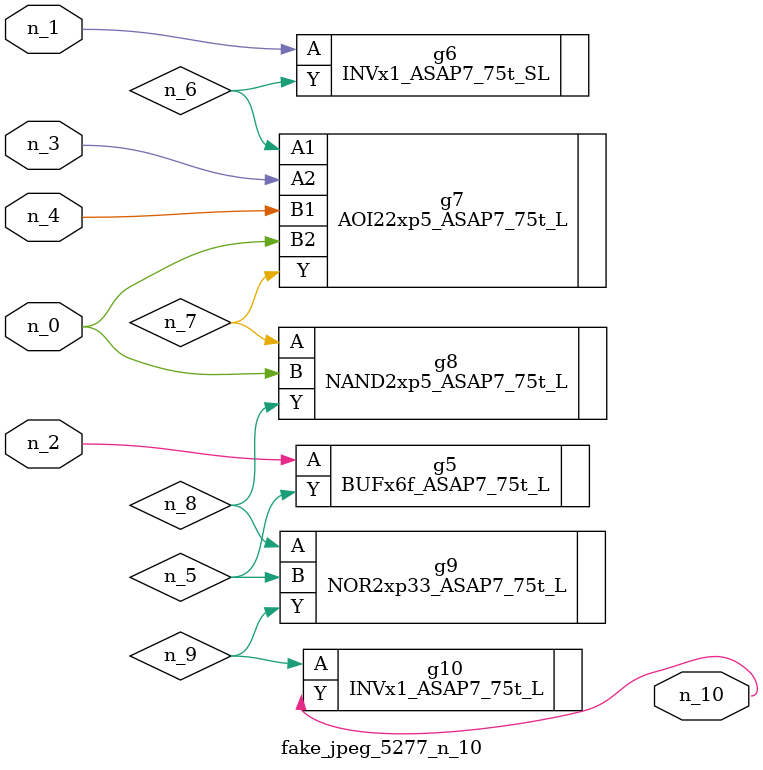
<source format=v>
module fake_jpeg_5277_n_10 (n_3, n_2, n_1, n_0, n_4, n_10);

input n_3;
input n_2;
input n_1;
input n_0;
input n_4;

output n_10;

wire n_8;
wire n_9;
wire n_6;
wire n_5;
wire n_7;

BUFx6f_ASAP7_75t_L g5 ( 
.A(n_2),
.Y(n_5)
);

INVx1_ASAP7_75t_SL g6 ( 
.A(n_1),
.Y(n_6)
);

AOI22xp5_ASAP7_75t_L g7 ( 
.A1(n_6),
.A2(n_3),
.B1(n_4),
.B2(n_0),
.Y(n_7)
);

NAND2xp5_ASAP7_75t_L g8 ( 
.A(n_7),
.B(n_0),
.Y(n_8)
);

NOR2xp33_ASAP7_75t_L g9 ( 
.A(n_8),
.B(n_5),
.Y(n_9)
);

INVx1_ASAP7_75t_L g10 ( 
.A(n_9),
.Y(n_10)
);


endmodule
</source>
